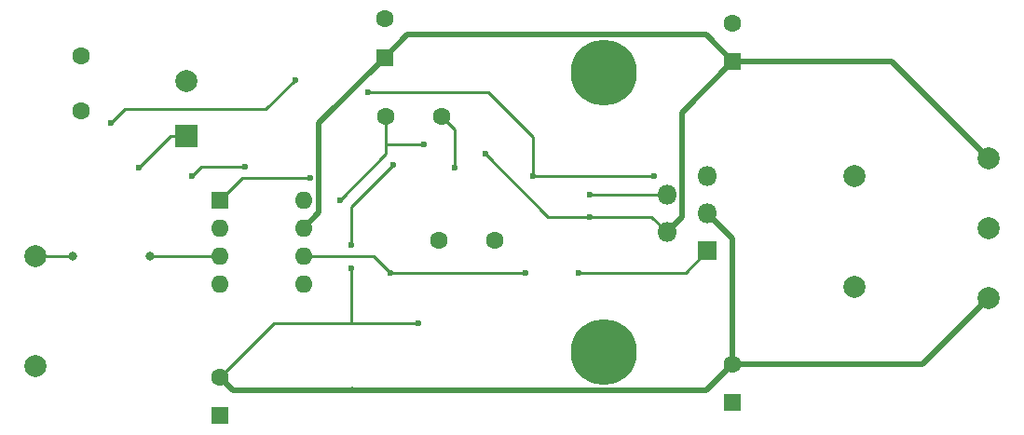
<source format=gbr>
G04 #@! TF.GenerationSoftware,KiCad,Pcbnew,(5.1.9-0-10_14)*
G04 #@! TF.CreationDate,2021-02-21T16:21:15+01:00*
G04 #@! TF.ProjectId,lt1115-phono-mm-mc,6c743131-3135-42d7-9068-6f6e6f2d6d6d,rev?*
G04 #@! TF.SameCoordinates,Original*
G04 #@! TF.FileFunction,Copper,L2,Bot*
G04 #@! TF.FilePolarity,Positive*
%FSLAX46Y46*%
G04 Gerber Fmt 4.6, Leading zero omitted, Abs format (unit mm)*
G04 Created by KiCad (PCBNEW (5.1.9-0-10_14)) date 2021-02-21 16:21:15*
%MOMM*%
%LPD*%
G01*
G04 APERTURE LIST*
G04 #@! TA.AperFunction,ComponentPad*
%ADD10O,1.800000X1.800000*%
G04 #@! TD*
G04 #@! TA.AperFunction,ComponentPad*
%ADD11R,1.800000X1.800000*%
G04 #@! TD*
G04 #@! TA.AperFunction,ComponentPad*
%ADD12O,1.600000X1.600000*%
G04 #@! TD*
G04 #@! TA.AperFunction,ComponentPad*
%ADD13R,1.600000X1.600000*%
G04 #@! TD*
G04 #@! TA.AperFunction,ComponentPad*
%ADD14C,2.000000*%
G04 #@! TD*
G04 #@! TA.AperFunction,ComponentPad*
%ADD15C,6.000000*%
G04 #@! TD*
G04 #@! TA.AperFunction,ComponentPad*
%ADD16C,1.600000*%
G04 #@! TD*
G04 #@! TA.AperFunction,ComponentPad*
%ADD17R,2.000000X2.000000*%
G04 #@! TD*
G04 #@! TA.AperFunction,ViaPad*
%ADD18C,0.800000*%
G04 #@! TD*
G04 #@! TA.AperFunction,ViaPad*
%ADD19C,0.600000*%
G04 #@! TD*
G04 #@! TA.AperFunction,Conductor*
%ADD20C,0.250000*%
G04 #@! TD*
G04 #@! TA.AperFunction,Conductor*
%ADD21C,0.500000*%
G04 #@! TD*
G04 APERTURE END LIST*
D10*
X145923000Y-112135500D03*
X142223000Y-113835500D03*
X145923000Y-115535500D03*
X142223000Y-117235500D03*
D11*
X145923000Y-118935500D03*
D12*
X109220000Y-114300000D03*
X101600000Y-121920000D03*
X109220000Y-116840000D03*
X101600000Y-119380000D03*
X109220000Y-119380000D03*
X101600000Y-116840000D03*
X109220000Y-121920000D03*
D13*
X101600000Y-114300000D03*
D14*
X159258000Y-122174000D03*
X159258000Y-112141000D03*
X171450000Y-123190000D03*
X171450000Y-116840000D03*
X171450000Y-110490000D03*
X84836000Y-129413000D03*
X84836000Y-119380000D03*
D15*
X136525000Y-128143000D03*
X136525000Y-102743000D03*
D16*
X121539000Y-117983000D03*
X126539000Y-117983000D03*
X121713000Y-106680000D03*
X116713000Y-106680000D03*
X148209000Y-129215000D03*
D13*
X148209000Y-132715000D03*
D16*
X148209000Y-98227000D03*
D13*
X148209000Y-101727000D03*
D16*
X101600000Y-130429000D03*
D13*
X101600000Y-133929000D03*
D16*
X116586000Y-97846000D03*
D13*
X116586000Y-101346000D03*
D14*
X98552000Y-103458000D03*
D17*
X98552000Y-108458000D03*
D16*
X89027000Y-106172000D03*
X89027000Y-101172000D03*
D18*
X88265000Y-119380000D03*
X95250000Y-119380000D03*
D19*
X94234000Y-111379000D03*
X125730000Y-110109000D03*
X135255000Y-115824000D03*
X117348000Y-111125000D03*
X113538000Y-118364000D03*
X113538000Y-120523000D03*
X119634000Y-125476000D03*
X99060000Y-112141000D03*
X103886000Y-111252000D03*
X130048000Y-112141000D03*
X91694000Y-107315000D03*
X141097000Y-112141000D03*
X115062000Y-104521000D03*
X108458000Y-103378000D03*
X122936000Y-111379000D03*
X120142000Y-109220000D03*
X112522000Y-114300000D03*
X109855000Y-112268000D03*
X117094000Y-120904000D03*
X129413000Y-120904000D03*
X134239000Y-120904000D03*
X135255000Y-113792000D03*
D20*
X95250000Y-119380000D02*
X101600000Y-119380000D01*
X84836000Y-119380000D02*
X88265000Y-119380000D01*
X94234000Y-111379000D02*
X97155000Y-108458000D01*
X97155000Y-108458000D02*
X98552000Y-108458000D01*
D21*
X143573001Y-106362999D02*
X148209000Y-101727000D01*
X143573001Y-115885499D02*
X143573001Y-106362999D01*
X142223000Y-117235500D02*
X143573001Y-115885499D01*
D20*
X140811500Y-115824000D02*
X142223000Y-117235500D01*
X135255000Y-115824000D02*
X140811500Y-115824000D01*
D21*
X110605001Y-107326999D02*
X116586000Y-101346000D01*
X110605001Y-115454999D02*
X110605001Y-107326999D01*
X109220000Y-116840000D02*
X110605001Y-115454999D01*
D20*
X131445000Y-115824000D02*
X125730000Y-110109000D01*
X135255000Y-115824000D02*
X131445000Y-115824000D01*
D21*
X118639001Y-99292999D02*
X116586000Y-101346000D01*
X145774999Y-99292999D02*
X118639001Y-99292999D01*
X148209000Y-101727000D02*
X145774999Y-99292999D01*
X162687000Y-101727000D02*
X171450000Y-110490000D01*
X148209000Y-101727000D02*
X162687000Y-101727000D01*
D20*
X113538000Y-114935000D02*
X113538000Y-118364000D01*
X117348000Y-111125000D02*
X113538000Y-114935000D01*
D21*
X148209000Y-117821500D02*
X148209000Y-129215000D01*
X145923000Y-115535500D02*
X148209000Y-117821500D01*
X165425000Y-129215000D02*
X171450000Y-123190000D01*
X148209000Y-129215000D02*
X165425000Y-129215000D01*
X102764001Y-131593001D02*
X101600000Y-130429000D01*
X148209000Y-129215000D02*
X145830999Y-131593001D01*
X113813001Y-131593001D02*
X102764001Y-131593001D01*
D20*
X113538000Y-131318000D02*
X113813001Y-131593001D01*
X119634000Y-131445000D02*
X119782001Y-131593001D01*
D21*
X119782001Y-131593001D02*
X113813001Y-131593001D01*
X145830999Y-131593001D02*
X119782001Y-131593001D01*
D20*
X106553000Y-125476000D02*
X101600000Y-130429000D01*
X113538000Y-120523000D02*
X113538000Y-125476000D01*
X113538000Y-125476000D02*
X106553000Y-125476000D01*
X119634000Y-125476000D02*
X113538000Y-125476000D01*
X99060000Y-112141000D02*
X99949000Y-111252000D01*
X99949000Y-111252000D02*
X103886000Y-111252000D01*
X130053500Y-112135500D02*
X130048000Y-112141000D01*
X141097000Y-112141000D02*
X141097000Y-112141000D01*
X141097000Y-112141000D02*
X130048000Y-112141000D01*
X130048000Y-112141000D02*
X130048000Y-108585000D01*
X125984000Y-104521000D02*
X115062000Y-104521000D01*
X130048000Y-108585000D02*
X125984000Y-104521000D01*
X108458000Y-103378000D02*
X105791000Y-106045000D01*
X92964000Y-106045000D02*
X91694000Y-107315000D01*
X105791000Y-106045000D02*
X92964000Y-106045000D01*
X122936000Y-107903000D02*
X121713000Y-106680000D01*
X122936000Y-111379000D02*
X122936000Y-107903000D01*
X116713000Y-106680000D02*
X116713000Y-109220000D01*
X116713000Y-109220000D02*
X120142000Y-109220000D01*
X116713000Y-109220000D02*
X116713000Y-110109000D01*
X116713000Y-110109000D02*
X112522000Y-114300000D01*
X103632000Y-112268000D02*
X101600000Y-114300000D01*
X109855000Y-112268000D02*
X103632000Y-112268000D01*
X115570000Y-119380000D02*
X117094000Y-120904000D01*
X109220000Y-119380000D02*
X115570000Y-119380000D01*
X117094000Y-120904000D02*
X129413000Y-120904000D01*
X143954500Y-120904000D02*
X145923000Y-118935500D01*
X134239000Y-120904000D02*
X143954500Y-120904000D01*
X142179500Y-113792000D02*
X142223000Y-113835500D01*
X135255000Y-113792000D02*
X142179500Y-113792000D01*
M02*

</source>
